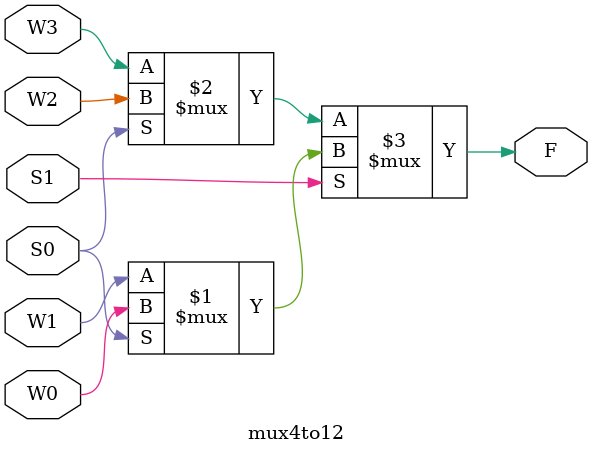
<source format=v>
module mux4to12(W0, W1, W2, W3, S1, S0, F);
	input W0, W1, W2, W3;
	input S1, S0;
	output F;
	
	assign F = S1 ? (S0 ? W0 : W1) : (S0 ? W2 : W3);
endmodule
</source>
